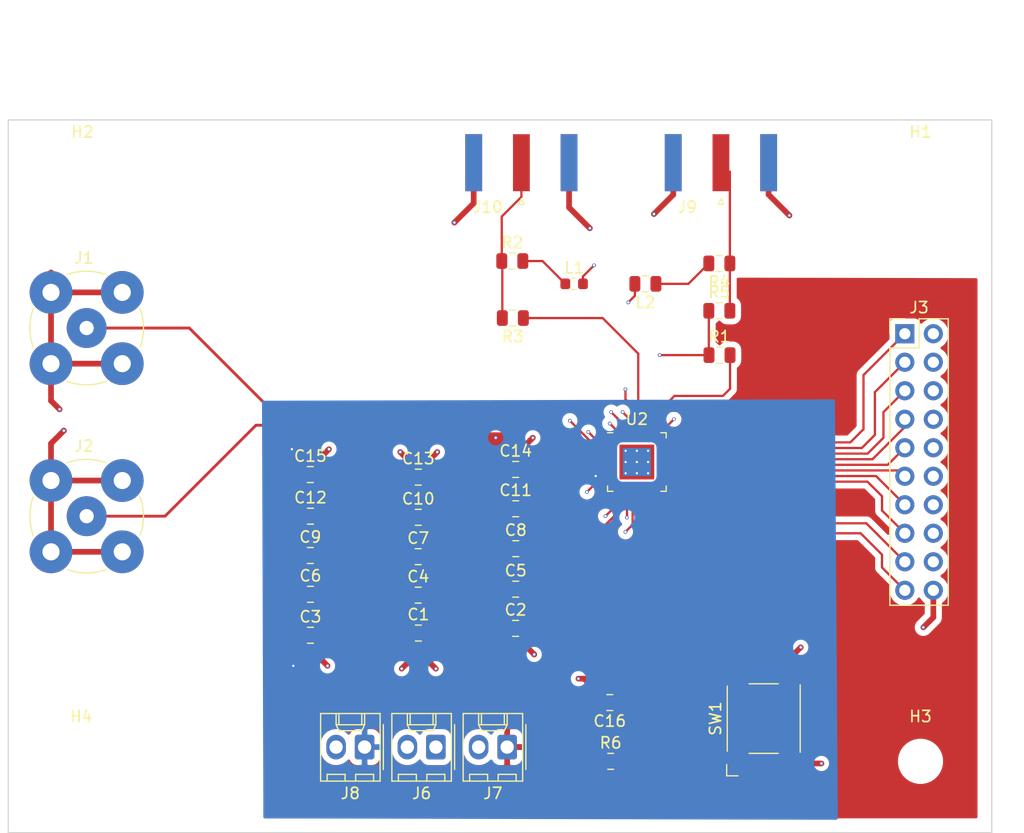
<source format=kicad_pcb>
(kicad_pcb (version 20171130) (host pcbnew "(5.1.6)-1")
  (layers (0 F.Cu signal) (1 GND power) (2 VDD power) (31 B.Cu signal) (34 B.Paste user) (35 F.Paste user hide) (36 B.SilkS user) (37 F.SilkS user) (38 B.Mask user) (39 F.Mask user) (44 Edge.Cuts user))
  (net 0 "")
  (net 1 VDD)
  (net 2 GND)
  (net 3 VDDPST)
  (net 4 VREF)
  (net 5 CLK)
  (net 6 CLK_S)
  (net 7 D9)
  (net 8 D8)
  (net 9 D7)
  (net 10 D6)
  (net 11 D5)
  (net 12 D4)
  (net 13 D3)
  (net 14 D2)
  (net 15 D1)
  (net 16 D0)
  (net 17 RST)
  (net 18 VIN-)
  (net 19 VIN+)
  (net 20 "Net-(L1-Pad1)")
  (net 21 "Net-(L2-Pad1)")
  (net 22 "Net-(R1-Pad2)")
  (net 23 CLK_FILT)
  (net 24 CLK_S_FILT)
  (module Connector_PinHeader_2.54mm:PinHeader_2x10_P2.54mm_Vertical (layer F.Cu) (at 168.783 72.39)
    (fp_text reference J3 (at 1.27 -2.33) (layer F.SilkS))
    (fp_text value Conn_02x10_Top_Bottom)
    (pad 1 thru_hole rect (at 0 0) (size 1.7 1.7) (drill 1) (layers *.Cu *.Mask) (net 16 D0))
    (pad 2 thru_hole oval (at 2.54 0) (size 1.7 1.7) (drill 1) (layers *.Cu *.Mask) (net 2 GND))
    (pad 3 thru_hole oval (at 0 2.54) (size 1.7 1.7) (drill 1) (layers *.Cu *.Mask) (net 15 D1))
    (pad 4 thru_hole oval (at 2.54 2.54) (size 1.7 1.7) (drill 1) (layers *.Cu *.Mask) (net 2 GND))
    (pad 5 thru_hole oval (at 0 5.08) (size 1.7 1.7) (drill 1) (layers *.Cu *.Mask) (net 14 D2))
    (pad 6 thru_hole oval (at 2.54 5.08) (size 1.7 1.7) (drill 1) (layers *.Cu *.Mask) (net 2 GND))
    (pad 7 thru_hole oval (at 0 7.62) (size 1.7 1.7) (drill 1) (layers *.Cu *.Mask) (net 13 D3))
    (pad 8 thru_hole oval (at 2.54 7.62) (size 1.7 1.7) (drill 1) (layers *.Cu *.Mask) (net 2 GND))
    (pad 9 thru_hole oval (at 0 10.16) (size 1.7 1.7) (drill 1) (layers *.Cu *.Mask) (net 12 D4))
    (pad 10 thru_hole oval (at 2.54 10.16) (size 1.7 1.7) (drill 1) (layers *.Cu *.Mask) (net 2 GND))
    (pad 11 thru_hole oval (at 0 12.7) (size 1.7 1.7) (drill 1) (layers *.Cu *.Mask) (net 11 D5))
    (pad 12 thru_hole oval (at 2.54 12.7) (size 1.7 1.7) (drill 1) (layers *.Cu *.Mask) (net 2 GND))
    (pad 13 thru_hole oval (at 0 15.24) (size 1.7 1.7) (drill 1) (layers *.Cu *.Mask) (net 10 D6))
    (pad 14 thru_hole oval (at 2.54 15.24) (size 1.7 1.7) (drill 1) (layers *.Cu *.Mask) (net 2 GND))
    (pad 15 thru_hole oval (at 0 17.78) (size 1.7 1.7) (drill 1) (layers *.Cu *.Mask) (net 9 D7))
    (pad 16 thru_hole oval (at 2.54 17.78) (size 1.7 1.7) (drill 1) (layers *.Cu *.Mask) (net 2 GND))
    (pad 17 thru_hole oval (at 0 20.32) (size 1.7 1.7) (drill 1) (layers *.Cu *.Mask) (net 8 D8))
    (pad 18 thru_hole oval (at 2.54 20.32) (size 1.7 1.7) (drill 1) (layers *.Cu *.Mask) (net 2 GND))
    (pad 19 thru_hole oval (at 0 22.86) (size 1.7 1.7) (drill 1) (layers *.Cu *.Mask) (net 7 D9))
    (pad 20 thru_hole oval (at 2.54 22.86) (size 1.7 1.7) (drill 1) (layers *.Cu *.Mask) (net 2 GND))
  )
  (module Button_Switch_SMD:SW_SPST_Omron_B3FS-100xP (layer F.Cu) (at 156.21 106.68 90)
    (fp_text reference SW1 (at 0 -4.3 90) (layer F.SilkS))
    (fp_text value SW_Push)
    (pad 3 smd rect (at -4 2.25 270) (size 1.6 1.4) (layers F.Cu F.Paste F.Mask) (net 2 GND))
    (pad 4 smd rect (at 4 2.25 270) (size 1.6 1.4) (layers F.Cu F.Paste F.Mask) (net 2 GND))
    (pad 1 smd rect (at -4 -2.25 270) (size 1.6 1.4) (layers F.Cu F.Paste F.Mask) (net 17 RST))
    (pad 2 smd rect (at 4 -2.25 270) (size 1.6 1.4) (layers F.Cu F.Paste F.Mask) (net 17 RST))
  )
  (module Resistor_SMD:R_0805_2012Metric (layer F.Cu) (at 142.5725 110.49)
    (fp_text reference R6 (at 0 -1.65) (layer F.SilkS))
    (fp_text value 1k)
    (pad 2 smd roundrect (at 0.9375 0) (size 0.975 1.4) (layers F.Cu F.Paste F.Mask) (net 17 RST))
    (pad 1 smd roundrect (at -0.9375 0) (size 0.975 1.4) (layers F.Cu F.Paste F.Mask) (net 3 VDDPST))
  )
  (module Capacitor_SMD:C_0805_2012Metric (layer F.Cu) (at 142.494 105.25252 180)
    (fp_text reference C16 (at 0 -1.65) (layer F.SilkS))
    (fp_text value 1u)
    (pad 2 smd roundrect (at 0.9375 0 180) (size 0.975 1.4) (layers F.Cu F.Paste F.Mask) (net 2 GND))
    (pad 1 smd roundrect (at -0.9375 0 180) (size 0.975 1.4) (layers F.Cu F.Paste F.Mask) (net 17 RST))
  )
  (module Connector_Coaxial:BNC_TEConnectivity_1478204_Vertical (layer F.Cu) (at 95.885 88.646)
    (fp_text reference J2 (at -0.25 -6.25) (layer F.SilkS))
    (fp_text value Conn_Coaxial_Power)
    (pad 2 thru_hole circle (at -3.175 -3.175) (size 3.81 3.81) (drill 1.524) (layers *.Cu *.Mask) (net 2 GND))
    (pad 1 thru_hole circle (at 0 0) (size 3.556 3.556) (drill 1.27) (layers *.Cu *.Mask) (net 19 VIN+))
    (pad 2 thru_hole circle (at 3.175 -3.175) (size 3.81 3.81) (drill 1.524) (layers *.Cu *.Mask) (net 2 GND))
    (pad 2 thru_hole circle (at -3.175 3.175) (size 3.81 3.81) (drill 1.524) (layers *.Cu *.Mask) (net 2 GND))
    (pad 2 thru_hole circle (at 3.175 3.175) (size 3.81 3.81) (drill 1.524) (layers *.Cu *.Mask) (net 2 GND))
  )
  (module Connector_Coaxial:SMA_Amphenol_132289_EdgeMount (layer F.Cu) (at 134.62 57.15 90)
    (fp_text reference J10 (at -3.96 -3) (layer F.SilkS))
    (fp_text value Conn_Coaxial)
    (pad 1 smd rect (at 0 0 180) (size 1.5 5.08) (layers F.Cu F.Paste F.Mask) (net 6 CLK_S))
    (pad 2 smd rect (at 0 -4.25 180) (size 1.5 5.08) (layers F.Cu F.Paste F.Mask) (net 2 GND))
    (pad 2 smd rect (at 0 4.25 180) (size 1.5 5.08) (layers F.Cu F.Paste F.Mask) (net 2 GND))
    (pad 2 smd rect (at 0 -4.25 180) (size 1.5 5.08) (layers B.Cu B.Paste B.Mask) (net 2 GND))
    (pad 2 smd rect (at 0 4.25 180) (size 1.5 5.08) (layers B.Cu B.Paste B.Mask) (net 2 GND))
  )
  (module Connector_Coaxial:SMA_Amphenol_132289_EdgeMount (layer F.Cu) (at 152.4 57.15 90)
    (fp_text reference J9 (at -3.96 -3) (layer F.SilkS))
    (fp_text value Conn_Coaxial)
    (pad 1 smd rect (at 0 0 180) (size 1.5 5.08) (layers F.Cu F.Paste F.Mask) (net 5 CLK))
    (pad 2 smd rect (at 0 -4.25 180) (size 1.5 5.08) (layers F.Cu F.Paste F.Mask) (net 2 GND))
    (pad 2 smd rect (at 0 4.25 180) (size 1.5 5.08) (layers F.Cu F.Paste F.Mask) (net 2 GND))
    (pad 2 smd rect (at 0 -4.25 180) (size 1.5 5.08) (layers B.Cu B.Paste B.Mask) (net 2 GND))
    (pad 2 smd rect (at 0 4.25 180) (size 1.5 5.08) (layers B.Cu B.Paste B.Mask) (net 2 GND))
  )
  (module Capacitor_SMD:C_0805_2012Metric_Pad1.15x1.40mm_HandSolder (layer F.Cu) (at 125.4416 99.06)
    (fp_text reference C1 (at 0 -1.65) (layer F.SilkS))
    (fp_text value 10u)
    (pad 1 smd roundrect (at -1.025 0) (size 1.15 1.4) (layers F.Cu F.Paste F.Mask) (roundrect_rratio 0.217391) (net 1 VDD))
    (pad 2 smd roundrect (at 1.025 0) (size 1.15 1.4) (layers F.Cu F.Paste F.Mask) (roundrect_rratio 0.217391) (net 2 GND))
  )
  (module Capacitor_SMD:C_0805_2012Metric_Pad1.15x1.40mm_HandSolder (layer F.Cu) (at 134.1048 98.6436)
    (fp_text reference C2 (at 0 -1.65) (layer F.SilkS))
    (fp_text value 10u)
    (pad 2 smd roundrect (at 1.025 0) (size 1.15 1.4) (layers F.Cu F.Paste F.Mask) (roundrect_rratio 0.217391) (net 2 GND))
    (pad 1 smd roundrect (at -1.025 0) (size 1.15 1.4) (layers F.Cu F.Paste F.Mask) (roundrect_rratio 0.217391) (net 3 VDDPST))
  )
  (module Capacitor_SMD:C_0805_2012Metric_Pad1.15x1.40mm_HandSolder (layer F.Cu) (at 115.825 99.2564)
    (fp_text reference C3 (at 0 -1.65) (layer F.SilkS))
    (fp_text value 10u)
    (pad 1 smd roundrect (at -1.025 0) (size 1.15 1.4) (layers F.Cu F.Paste F.Mask) (roundrect_rratio 0.217391) (net 4 VREF))
    (pad 2 smd roundrect (at 1.025 0) (size 1.15 1.4) (layers F.Cu F.Paste F.Mask) (roundrect_rratio 0.217391) (net 2 GND))
  )
  (module Capacitor_SMD:C_0805_2012Metric_Pad1.15x1.40mm_HandSolder (layer F.Cu) (at 125.4252 95.6818)
    (fp_text reference C4 (at 0 -1.65) (layer F.SilkS))
    (fp_text value 1u)
    (pad 2 smd roundrect (at 1.025 0) (size 1.15 1.4) (layers F.Cu F.Paste F.Mask) (roundrect_rratio 0.217391) (net 2 GND))
    (pad 1 smd roundrect (at -1.025 0) (size 1.15 1.4) (layers F.Cu F.Paste F.Mask) (roundrect_rratio 0.217391) (net 1 VDD))
  )
  (module Capacitor_SMD:C_0805_2012Metric_Pad1.15x1.40mm_HandSolder (layer F.Cu) (at 134.112 95.1484)
    (fp_text reference C5 (at 0 -1.65) (layer F.SilkS))
    (fp_text value 1u)
    (pad 1 smd roundrect (at -1.025 0) (size 1.15 1.4) (layers F.Cu F.Paste F.Mask) (roundrect_rratio 0.217391) (net 3 VDDPST))
    (pad 2 smd roundrect (at 1.025 0) (size 1.15 1.4) (layers F.Cu F.Paste F.Mask) (roundrect_rratio 0.217391) (net 2 GND))
  )
  (module Capacitor_SMD:C_0805_2012Metric_Pad1.15x1.40mm_HandSolder (layer F.Cu) (at 115.824 95.6056)
    (fp_text reference C6 (at 0 -1.65) (layer F.SilkS))
    (fp_text value 1u)
    (pad 2 smd roundrect (at 1.025 0) (size 1.15 1.4) (layers F.Cu F.Paste F.Mask) (roundrect_rratio 0.217391) (net 2 GND))
    (pad 1 smd roundrect (at -1.025 0) (size 1.15 1.4) (layers F.Cu F.Paste F.Mask) (roundrect_rratio 0.217391) (net 4 VREF))
  )
  (module Capacitor_SMD:C_0805_2012Metric_Pad1.15x1.40mm_HandSolder (layer F.Cu) (at 125.4252 92.2528)
    (fp_text reference C7 (at 0 -1.65) (layer F.SilkS))
    (fp_text value 0.1u)
    (pad 1 smd roundrect (at -1.025 0) (size 1.15 1.4) (layers F.Cu F.Paste F.Mask) (roundrect_rratio 0.217391) (net 1 VDD))
    (pad 2 smd roundrect (at 1.025 0) (size 1.15 1.4) (layers F.Cu F.Paste F.Mask) (roundrect_rratio 0.217391) (net 2 GND))
  )
  (module Capacitor_SMD:C_0805_2012Metric_Pad1.15x1.40mm_HandSolder (layer F.Cu) (at 134.121 91.5416)
    (fp_text reference C8 (at 0 -1.65) (layer F.SilkS))
    (fp_text value 0.1u)
    (pad 2 smd roundrect (at 1.025 0) (size 1.15 1.4) (layers F.Cu F.Paste F.Mask) (roundrect_rratio 0.217391) (net 2 GND))
    (pad 1 smd roundrect (at -1.025 0) (size 1.15 1.4) (layers F.Cu F.Paste F.Mask) (roundrect_rratio 0.217391) (net 3 VDDPST))
  )
  (module Capacitor_SMD:C_0805_2012Metric_Pad1.15x1.40mm_HandSolder (layer F.Cu) (at 115.815 92.1512)
    (fp_text reference C9 (at 0 -1.65) (layer F.SilkS))
    (fp_text value 0.1u)
    (pad 1 smd roundrect (at -1.025 0) (size 1.15 1.4) (layers F.Cu F.Paste F.Mask) (roundrect_rratio 0.217391) (net 4 VREF))
    (pad 2 smd roundrect (at 1.025 0) (size 1.15 1.4) (layers F.Cu F.Paste F.Mask) (roundrect_rratio 0.217391) (net 2 GND))
  )
  (module Capacitor_SMD:C_0805_2012Metric_Pad1.15x1.40mm_HandSolder (layer F.Cu) (at 125.4342 88.7476)
    (fp_text reference C10 (at 0 -1.65) (layer F.SilkS))
    (fp_text value 0.01)
    (pad 2 smd roundrect (at 1.025 0) (size 1.15 1.4) (layers F.Cu F.Paste F.Mask) (roundrect_rratio 0.217391) (net 2 GND))
    (pad 1 smd roundrect (at -1.025 0) (size 1.15 1.4) (layers F.Cu F.Paste F.Mask) (roundrect_rratio 0.217391) (net 1 VDD))
  )
  (module Capacitor_SMD:C_0805_2012Metric_Pad1.15x1.40mm_HandSolder (layer F.Cu) (at 134.112 87.9856)
    (fp_text reference C11 (at 0 -1.65) (layer F.SilkS))
    (fp_text value 0.01)
    (pad 1 smd roundrect (at -1.025 0) (size 1.15 1.4) (layers F.Cu F.Paste F.Mask) (roundrect_rratio 0.217391) (net 3 VDDPST))
    (pad 2 smd roundrect (at 1.025 0) (size 1.15 1.4) (layers F.Cu F.Paste F.Mask) (roundrect_rratio 0.217391) (net 2 GND))
  )
  (module Capacitor_SMD:C_0805_2012Metric_Pad1.15x1.40mm_HandSolder (layer F.Cu) (at 115.824 88.646)
    (fp_text reference C12 (at 0 -1.65) (layer F.SilkS))
    (fp_text value 0.01)
    (pad 2 smd roundrect (at 1.025 0) (size 1.15 1.4) (layers F.Cu F.Paste F.Mask) (roundrect_rratio 0.217391) (net 2 GND))
    (pad 1 smd roundrect (at -1.025 0) (size 1.15 1.4) (layers F.Cu F.Paste F.Mask) (roundrect_rratio 0.217391) (net 4 VREF))
  )
  (module Capacitor_SMD:C_0805_2012Metric_Pad1.15x1.40mm_HandSolder (layer F.Cu) (at 125.4342 85.1662)
    (fp_text reference C13 (at 0 -1.65) (layer F.SilkS))
    (fp_text value 0.001u)
    (pad 1 smd roundrect (at -1.025 0) (size 1.15 1.4) (layers F.Cu F.Paste F.Mask) (roundrect_rratio 0.217391) (net 1 VDD))
    (pad 2 smd roundrect (at 1.025 0) (size 1.15 1.4) (layers F.Cu F.Paste F.Mask) (roundrect_rratio 0.217391) (net 2 GND))
  )
  (module Capacitor_SMD:C_0805_2012Metric_Pad1.15x1.40mm_HandSolder (layer F.Cu) (at 134.112 84.4804)
    (fp_text reference C14 (at 0 -1.65) (layer F.SilkS))
    (fp_text value 0.001u)
    (pad 2 smd roundrect (at 1.025 0) (size 1.15 1.4) (layers F.Cu F.Paste F.Mask) (roundrect_rratio 0.217391) (net 2 GND))
    (pad 1 smd roundrect (at -1.025 0) (size 1.15 1.4) (layers F.Cu F.Paste F.Mask) (roundrect_rratio 0.217391) (net 3 VDDPST))
  )
  (module Capacitor_SMD:C_0805_2012Metric_Pad1.15x1.40mm_HandSolder (layer F.Cu) (at 115.815 84.9376)
    (fp_text reference C15 (at 0 -1.65) (layer F.SilkS))
    (fp_text value 0.001u)
    (pad 1 smd roundrect (at -1.025 0) (size 1.15 1.4) (layers F.Cu F.Paste F.Mask) (roundrect_rratio 0.217391) (net 4 VREF))
    (pad 2 smd roundrect (at 1.025 0) (size 1.15 1.4) (layers F.Cu F.Paste F.Mask) (roundrect_rratio 0.217391) (net 2 GND))
  )
  (module MountingHole:MountingHole_3mm (layer F.Cu) (at 170.18 58.42)
    (fp_text reference H1 (at 0 -4) (layer F.SilkS))
    (fp_text value MountingHole)
    (pad 1 np_thru_hole circle (at 0 0) (size 3 3) (drill 3) (layers *.Cu *.Mask))
  )
  (module MountingHole:MountingHole_3mm (layer F.Cu) (at 95.504 58.42)
    (fp_text reference H2 (at 0 -4) (layer F.SilkS))
    (fp_text value MountingHole)
    (pad 1 np_thru_hole circle (at 0 0) (size 3 3) (drill 3) (layers *.Cu *.Mask))
  )
  (module MountingHole:MountingHole_3mm (layer F.Cu) (at 170.18 110.49)
    (fp_text reference H3 (at 0 -4) (layer F.SilkS))
    (fp_text value MountingHole)
    (pad 1 np_thru_hole circle (at 0 0) (size 3 3) (drill 3) (layers *.Cu *.Mask))
  )
  (module MountingHole:MountingHole_3mm (layer F.Cu) (at 95.4024 110.49)
    (fp_text reference H4 (at 0 -4) (layer F.SilkS))
    (fp_text value MountingHole)
    (pad 1 np_thru_hole circle (at 0 0) (size 3 3) (drill 3) (layers *.Cu *.Mask))
  )
  (module Connector_Coaxial:BNC_TEConnectivity_1478204_Vertical (layer F.Cu) (at 95.885 71.882)
    (fp_text reference J1 (at -0.25 -6.25) (layer F.SilkS))
    (fp_text value Conn_Coaxial_Power)
    (pad 2 thru_hole circle (at 3.175 3.175) (size 3.81 3.81) (drill 1.524) (layers *.Cu *.Mask) (net 2 GND))
    (pad 2 thru_hole circle (at -3.175 3.175) (size 3.81 3.81) (drill 1.524) (layers *.Cu *.Mask) (net 2 GND))
    (pad 2 thru_hole circle (at 3.175 -3.175) (size 3.81 3.81) (drill 1.524) (layers *.Cu *.Mask) (net 2 GND))
    (pad 1 thru_hole circle (at 0 0) (size 3.556 3.556) (drill 1.27) (layers *.Cu *.Mask) (net 18 VIN-))
    (pad 2 thru_hole circle (at -3.175 -3.175) (size 3.81 3.81) (drill 1.524) (layers *.Cu *.Mask) (net 2 GND))
  )
  (module Connector_Molex:Molex_KK-254_AE-6410-02A_1x02_P2.54mm_Vertical (layer F.Cu) (at 127 109.22 180)
    (fp_text reference J6 (at 1.27 -4.12) (layer F.SilkS))
    (fp_text value Conn_01x02_Male)
    (pad 1 thru_hole roundrect (at 0 0 180) (size 1.74 2.19) (drill 1.19) (layers *.Cu *.Mask) (roundrect_rratio 0.143678) (net 1 VDD))
    (pad 2 thru_hole oval (at 2.54 0 180) (size 1.74 2.19) (drill 1.19) (layers *.Cu *.Mask) (net 2 GND))
  )
  (module Connector_Molex:Molex_KK-254_AE-6410-02A_1x02_P2.54mm_Vertical (layer F.Cu) (at 133.35 109.22 180)
    (fp_text reference J7 (at 1.27 -4.12) (layer F.SilkS))
    (fp_text value Conn_01x02_Male)
    (pad 2 thru_hole oval (at 2.54 0 180) (size 1.74 2.19) (drill 1.19) (layers *.Cu *.Mask) (net 2 GND))
    (pad 1 thru_hole roundrect (at 0 0 180) (size 1.74 2.19) (drill 1.19) (layers *.Cu *.Mask) (roundrect_rratio 0.143678) (net 3 VDDPST))
  )
  (module Connector_Molex:Molex_KK-254_AE-6410-02A_1x02_P2.54mm_Vertical (layer F.Cu) (at 120.65 109.22 180)
    (fp_text reference J8 (at 1.27 -4.12) (layer F.SilkS))
    (fp_text value Conn_01x02_Male)
    (pad 1 thru_hole roundrect (at 0 0 180) (size 1.74 2.19) (drill 1.19) (layers *.Cu *.Mask) (roundrect_rratio 0.143678) (net 4 VREF))
    (pad 2 thru_hole oval (at 2.54 0 180) (size 1.74 2.19) (drill 1.19) (layers *.Cu *.Mask) (net 2 GND))
  )
  (module Inductor_SMD:L_0603_1608Metric (layer F.Cu) (at 139.319 67.945)
    (fp_text reference L1 (at 0 -1.43) (layer F.SilkS))
    (fp_text value "1 nH")
    (pad 1 smd roundrect (at -0.7875 0) (size 0.875 0.95) (layers F.Cu F.Paste F.Mask) (net 20 "Net-(L1-Pad1)"))
    (pad 2 smd roundrect (at 0.7875 0) (size 0.875 0.95) (layers F.Cu F.Paste F.Mask) (net 2 GND))
  )
  (module Inductor_SMD:L_0805_2012Metric (layer F.Cu) (at 145.669 67.945 180)
    (fp_text reference L2 (at 0 -1.65) (layer F.SilkS))
    (fp_text value "2.2 nH")
    (pad 1 smd roundrect (at -0.9375 0 180) (size 0.975 1.4) (layers F.Cu F.Paste F.Mask) (net 21 "Net-(L2-Pad1)"))
    (pad 2 smd roundrect (at 0.9375 0 180) (size 0.975 1.4) (layers F.Cu F.Paste F.Mask) (net 2 GND))
  )
  (module Resistor_SMD:R_0805_2012Metric (layer F.Cu) (at 152.273 74.295)
    (fp_text reference R1 (at 0 -1.65) (layer F.SilkS))
    (fp_text value "0,<20 mOhm")
    (pad 2 smd roundrect (at 0.9375 0) (size 0.975 1.4) (layers F.Cu F.Paste F.Mask) (net 22 "Net-(R1-Pad2)"))
    (pad 1 smd roundrect (at -0.9375 0) (size 0.975 1.4) (layers F.Cu F.Paste F.Mask) (net 23 CLK_FILT))
  )
  (module Resistor_SMD:R_0805_2012Metric (layer F.Cu) (at 133.8095 65.913)
    (fp_text reference R2 (at 0 -1.65) (layer F.SilkS))
    (fp_text value 50)
    (pad 1 smd roundrect (at -0.9375 0) (size 0.975 1.4) (layers F.Cu F.Paste F.Mask) (net 6 CLK_S))
    (pad 2 smd roundrect (at 0.9375 0) (size 0.975 1.4) (layers F.Cu F.Paste F.Mask) (net 20 "Net-(L1-Pad1)"))
  )
  (module Resistor_SMD:R_0805_2012Metric (layer F.Cu) (at 133.858 70.993 180)
    (fp_text reference R3 (at 0 -1.65) (layer F.SilkS))
    (fp_text value 26.1)
    (pad 1 smd roundrect (at -0.9375 0 180) (size 0.975 1.4) (layers F.Cu F.Paste F.Mask) (net 24 CLK_S_FILT))
    (pad 2 smd roundrect (at 0.9375 0 180) (size 0.975 1.4) (layers F.Cu F.Paste F.Mask) (net 6 CLK_S))
  )
  (module Resistor_SMD:R_0805_2012Metric (layer F.Cu) (at 152.257001 66.126001 180)
    (fp_text reference R4 (at 0 -1.65) (layer F.SilkS))
    (fp_text value 50)
    (pad 2 smd roundrect (at 0.9375 0 180) (size 0.975 1.4) (layers F.Cu F.Paste F.Mask) (net 21 "Net-(L2-Pad1)"))
    (pad 1 smd roundrect (at -0.9375 0 180) (size 0.975 1.4) (layers F.Cu F.Paste F.Mask) (net 5 CLK))
  )
  (module Resistor_SMD:R_0805_2012Metric (layer F.Cu) (at 152.257001 70.346001)
    (fp_text reference R5 (at 0 -1.65) (layer F.SilkS))
    (fp_text value 10)
    (pad 1 smd roundrect (at -0.9375 0) (size 0.975 1.4) (layers F.Cu F.Paste F.Mask) (net 23 CLK_FILT))
    (pad 2 smd roundrect (at 0.9375 0) (size 0.975 1.4) (layers F.Cu F.Paste F.Mask) (net 5 CLK))
  )
  (module Package_DFN_QFN:QFN-32-1EP_5x5mm_P0.5mm_EP3.1x3.1mm_ThermalVias (layer F.Cu) (at 144.907 83.82)
    (fp_text reference U2 (at 0 -3.82) (layer F.SilkS))
    (fp_text value 10B_SAR)
    (pad 1 smd roundrect (at -2.4375 -1.75) (size 0.875 0.25) (layers F.Cu F.Paste F.Mask) (net 2 GND))
    (pad 2 smd roundrect (at -2.4375 -1.25) (size 0.875 0.25) (layers F.Cu F.Paste F.Mask) (net 1 VDD))
    (pad 3 smd roundrect (at -2.4375 -0.75) (size 0.875 0.25) (layers F.Cu F.Paste F.Mask) (net 18 VIN-))
    (pad 4 smd roundrect (at -2.4375 -0.25) (size 0.875 0.25) (layers F.Cu F.Paste F.Mask) (net 19 VIN+))
    (pad 5 smd roundrect (at -2.4375 0.25) (size 0.875 0.25) (layers F.Cu F.Paste F.Mask) (net 4 VREF))
    (pad 6 smd roundrect (at -2.4375 0.75) (size 0.875 0.25) (layers F.Cu F.Paste F.Mask) (net 4 VREF))
    (pad 7 smd roundrect (at -2.4375 1.25) (size 0.875 0.25) (layers F.Cu F.Paste F.Mask) (net 4 VREF))
    (pad 8 smd roundrect (at -2.4375 1.75) (size 0.875 0.25) (layers F.Cu F.Paste F.Mask) (net 1 VDD))
    (pad 9 smd roundrect (at -1.75 2.4375) (size 0.25 0.875) (layers F.Cu F.Paste F.Mask) (net 2 GND))
    (pad 10 smd roundrect (at -1.25 2.4375) (size 0.25 0.875) (layers F.Cu F.Paste F.Mask) (net 3 VDDPST))
    (pad 11 smd roundrect (at -0.75 2.4375) (size 0.25 0.875) (layers F.Cu F.Paste F.Mask) (net 1 VDD))
    (pad 12 smd roundrect (at -0.25 2.4375) (size 0.25 0.875) (layers F.Cu F.Paste F.Mask) (net 1 VDD))
    (pad 13 smd roundrect (at 0.25 2.4375) (size 0.25 0.875) (layers F.Cu F.Paste F.Mask) (net 17 RST))
    (pad 14 smd roundrect (at 0.75 2.4375) (size 0.25 0.875) (layers F.Cu F.Paste F.Mask) (net 7 D9))
    (pad 15 smd roundrect (at 1.25 2.4375) (size 0.25 0.875) (layers F.Cu F.Paste F.Mask) (net 8 D8))
    (pad 16 smd roundrect (at 1.75 2.4375) (size 0.25 0.875) (layers F.Cu F.Paste F.Mask) (net 3 VDDPST))
    (pad 17 smd roundrect (at 2.4375 1.75) (size 0.875 0.25) (layers F.Cu F.Paste F.Mask) (net 9 D7))
    (pad 18 smd roundrect (at 2.4375 1.25) (size 0.875 0.25) (layers F.Cu F.Paste F.Mask) (net 10 D6))
    (pad 19 smd roundrect (at 2.4375 0.75) (size 0.875 0.25) (layers F.Cu F.Paste F.Mask) (net 11 D5))
    (pad 20 smd roundrect (at 2.4375 0.25) (size 0.875 0.25) (layers F.Cu F.Paste F.Mask) (net 12 D4))
    (pad 21 smd roundrect (at 2.4375 -0.25) (size 0.875 0.25) (layers F.Cu F.Paste F.Mask) (net 13 D3))
    (pad 22 smd roundrect (at 2.4375 -0.75) (size 0.875 0.25) (layers F.Cu F.Paste F.Mask) (net 14 D2))
    (pad 23 smd roundrect (at 2.4375 -1.25) (size 0.875 0.25) (layers F.Cu F.Paste F.Mask) (net 15 D1))
    (pad 24 smd roundrect (at 2.4375 -1.75) (size 0.875 0.25) (layers F.Cu F.Paste F.Mask) (net 16 D0))
    (pad 25 smd roundrect (at 1.75 -2.4375) (size 0.25 0.875) (layers F.Cu F.Paste F.Mask) (net 1 VDD))
    (pad 26 smd roundrect (at 1.25 -2.4375) (size 0.25 0.875) (layers F.Cu F.Paste F.Mask) (net 3 VDDPST))
    (pad 27 smd roundrect (at 0.75 -2.4375) (size 0.25 0.875) (layers F.Cu F.Paste F.Mask) (net 22 "Net-(R1-Pad2)"))
    (pad 28 smd roundrect (at 0.25 -2.4375) (size 0.25 0.875) (layers F.Cu F.Paste F.Mask) (net 24 CLK_S_FILT))
    (pad 29 smd roundrect (at -0.25 -2.4375) (size 0.25 0.875) (layers F.Cu F.Paste F.Mask) (net 23 CLK_FILT))
    (pad 30 smd roundrect (at -0.75 -2.4375) (size 0.25 0.875) (layers F.Cu F.Paste F.Mask) (net 2 GND))
    (pad 31 smd roundrect (at -1.25 -2.4375) (size 0.25 0.875) (layers F.Cu F.Paste F.Mask) (net 1 VDD))
    (pad 32 smd roundrect (at -1.75 -2.4375) (size 0.25 0.875) (layers F.Cu F.Paste F.Mask) (net 2 GND))
    (pad 33 smd rect (at 0 0) (size 3.1 3.1) (layers F.Cu F.Mask) (net 2 GND))
    (pad 33 thru_hole circle (at -1 -1) (size 0.5 0.5) (drill 0.2) (layers *.Cu) (net 2 GND))
    (pad 33 thru_hole circle (at 0 -1) (size 0.5 0.5) (drill 0.2) (layers *.Cu) (net 2 GND))
    (pad 33 thru_hole circle (at 1 -1) (size 0.5 0.5) (drill 0.2) (layers *.Cu) (net 2 GND))
    (pad 33 thru_hole circle (at -1 0) (size 0.5 0.5) (drill 0.2) (layers *.Cu) (net 2 GND))
    (pad 33 thru_hole circle (at 0 0) (size 0.5 0.5) (drill 0.2) (layers *.Cu) (net 2 GND))
    (pad 33 thru_hole circle (at 1 0) (size 0.5 0.5) (drill 0.2) (layers *.Cu) (net 2 GND))
    (pad 33 thru_hole circle (at -1 1) (size 0.5 0.5) (drill 0.2) (layers *.Cu) (net 2 GND))
    (pad 33 thru_hole circle (at 0 1) (size 0.5 0.5) (drill 0.2) (layers *.Cu) (net 2 GND))
    (pad 33 thru_hole circle (at 1 1) (size 0.5 0.5) (drill 0.2) (layers *.Cu) (net 2 GND))
    (pad 33 smd rect (at 0 0) (size 2.5 2.5) (layers B.Cu) (net 2 GND))
  )
  (gr_line (start 176.53 53.34) (end 176.53 116.84) (layer Edge.Cuts) (width 0.1))
  (gr_line (start 88.9 53.34) (end 176.53 53.34) (layer Edge.Cuts) (width 0.1))
  (gr_line (start 88.9 116.84) (end 88.9 53.34) (layer Edge.Cuts) (width 0.1))
  (gr_line (start 176.53 116.84) (end 88.9 116.84) (layer Edge.Cuts) (width 0.1))
  (segment (start 132.334 81.661) (end 132.334 81.661) (width 0.127) (layer F.Cu) (net 3))
  (segment (start 132.951 83.9216) (end 132.951 82.659) (width 0.508) (layer F.Cu) (net 3))
  (segment (start 132.951 82.659) (end 132.951 82.278) (width 0.508) (layer F.Cu) (net 3))
  (segment (start 132.951 100.439) (end 132.951 100.475) (width 0.508) (layer F.Cu) (net 3))
  (segment (start 132.951 100.475) (end 132.461 100.965) (width 0.508) (layer F.Cu) (net 3))
  (segment (start 132.951 82.278) (end 132.334 81.661) (width 0.508) (layer F.Cu) (net 3))
  (segment (start 132.951 83.9216) (end 132.951 100.439) (width 0.508) (layer F.Cu) (net 3))
  (via (at 132.334 81.661) (size 0.3302) (drill 0.2032) (layers F.Cu B.Cu) (net 3))
  (segment (start 126.502 99.5104) (end 126.502 101.737) (width 0.508) (layer F.Cu) (net 2))
  (segment (start 126.502 101.737) (end 127 102.235) (width 0.508) (layer F.Cu) (net 2))
  (segment (start 127 102.235) (end 127 102.235) (width 0.127) (layer F.Cu) (net 2))
  (segment (start 126.502 99.5104) (end 126.502 85.2016) (width 0.508) (layer F.Cu) (net 2))
  (segment (start 126.502 85.2016) (end 126.492 85.1916) (width 0.508) (layer F.Cu) (net 2))
  (segment (start 126.492 85.1916) (end 126.492 83.82) (width 0.508) (layer F.Cu) (net 2))
  (segment (start 126.492 83.82) (end 126.492 83.566) (width 0.508) (layer F.Cu) (net 2))
  (segment (start 126.492 83.566) (end 127.127 82.931) (width 0.508) (layer F.Cu) (net 2))
  (segment (start 127.127 82.931) (end 127.127 82.931) (width 0.127) (layer F.Cu) (net 2))
  (via (at 127.127 82.931) (size 0.3302) (drill 0.2032) (layers F.Cu B.Cu) (net 2))
  (via (at 127 102.235) (size 0.3302) (drill 0.2032) (layers F.Cu B.Cu) (net 2))
  (segment (start 124.442 85.1916) (end 124.442 101.709) (width 0.508) (layer F.Cu) (net 1))
  (segment (start 123.952 102.235) (end 123.952 102.235) (width 0.127) (layer F.Cu) (net 1))
  (segment (start 123.825 82.931) (end 123.825 82.931) (width 0.127) (layer F.Cu) (net 1))
  (segment (start 124.442 83.929) (end 124.442 83.548) (width 0.508) (layer F.Cu) (net 1))
  (segment (start 124.442 83.548) (end 123.825 82.931) (width 0.508) (layer F.Cu) (net 1))
  (segment (start 124.442 85.1916) (end 124.442 83.929) (width 0.508) (layer F.Cu) (net 1))
  (segment (start 124.442 101.745) (end 123.952 102.235) (width 0.508) (layer F.Cu) (net 1))
  (segment (start 124.442 101.709) (end 124.442 101.745) (width 0.508) (layer F.Cu) (net 1))
  (via (at 123.825 82.931) (size 0.3302) (drill 0.2032) (layers F.Cu B.Cu) (net 1))
  (via (at 123.952 102.235) (size 0.3302) (drill 0.2032) (layers F.Cu B.Cu) (net 1))
  (segment (start 146.53 81.3825) (end 146.8365 81.3825) (width 0.2032) (layer F.Cu) (net 1))
  (segment (start 146.8365 81.3825) (end 148.209 80.01) (width 0.2032) (layer F.Cu) (net 1))
  (segment (start 148.209 80.01) (end 148.209 80.01) (width 0.1524) (layer F.Cu) (net 1))
  (via (at 148.209 80.01) (size 0.3302) (drill 0.2032) (layers F.Cu B.Cu) (net 1))
  (segment (start 144.53 86.2575) (end 144.53 87.499) (width 0.2032) (layer F.Cu) (net 1))
  (segment (start 144.03 86.2575) (end 144.03 87.433303) (width 0.2032) (layer F.Cu) (net 1))
  (segment (start 144.53 87.499) (end 144.53 89.404) (width 0.2032) (layer F.Cu) (net 1))
  (segment (start 144.53 89.404) (end 143.891 90.043) (width 0.2032) (layer F.Cu) (net 1))
  (segment (start 144.03 87.433303) (end 144.03 88.761) (width 0.2032) (layer F.Cu) (net 1))
  (segment (start 143.891 90.043) (end 143.891 90.043) (width 0.127) (layer F.Cu) (net 1))
  (via (at 143.891 90.043) (size 0.3302) (drill 0.2032) (layers F.Cu B.Cu) (net 1))
  (segment (start 144.018 88.773) (end 144.018 88.773) (width 0.127) (layer F.Cu) (net 1))
  (via (at 144.018 88.773) (size 0.3302) (drill 0.2032) (layers F.Cu B.Cu) (net 1))
  (segment (start 143.129 79.883) (end 142.621 79.375) (width 0.2032) (layer F.Cu) (net 1))
  (segment (start 142.621 79.375) (end 142.621 79.375) (width 0.127) (layer F.Cu) (net 1))
  (via (at 142.621 79.375) (size 0.3302) (drill 0.2032) (layers F.Cu B.Cu) (net 1))
  (segment (start 142.3425 82.57) (end 141.371 82.57) (width 0.2032) (layer F.Cu) (net 1))
  (segment (start 141.371 82.57) (end 139.827 81.026) (width 0.2032) (layer F.Cu) (net 1))
  (via (at 138.938 80.137) (size 0.3302) (drill 0.2032) (layers F.Cu B.Cu) (net 1))
  (segment (start 139.827 81.026) (end 139.065 80.264) (width 0.2032) (layer F.Cu) (net 1))
  (segment (start 139.065 80.264) (end 138.938 80.137) (width 0.127) (layer F.Cu) (net 1))
  (segment (start 142.3425 85.57) (end 141.506 85.57) (width 0.2032) (layer F.Cu) (net 1))
  (segment (start 141.506 85.57) (end 141.379 85.57) (width 0.2032) (layer F.Cu) (net 1))
  (segment (start 141.379 85.57) (end 140.462 86.487) (width 0.2032) (layer F.Cu) (net 1))
  (segment (start 140.462 86.487) (end 140.462 86.487) (width 0.1016) (layer F.Cu) (net 1))
  (via (at 140.462 86.487) (size 0.3302) (drill 0.2032) (layers F.Cu B.Cu) (net 1))
  (segment (start 143.657 80.411) (end 143.129 79.883) (width 0.2032) (layer F.Cu) (net 1))
  (segment (start 143.657 81.3825) (end 143.657 80.411) (width 0.2032) (layer F.Cu) (net 1))
  (segment (start 135.1298 98.6436) (end 135.1298 99.4428) (width 0.508) (layer F.Cu) (net 2))
  (segment (start 135.1298 95.1556) (end 135.137 95.1484) (width 0.508) (layer F.Cu) (net 2))
  (segment (start 135.1298 98.6436) (end 135.1298 95.1556) (width 0.508) (layer F.Cu) (net 2))
  (segment (start 135.137 91.5506) (end 135.146 91.5416) (width 0.508) (layer F.Cu) (net 2))
  (segment (start 135.137 95.1484) (end 135.137 91.5506) (width 0.508) (layer F.Cu) (net 2))
  (segment (start 135.146 87.9946) (end 135.137 87.9856) (width 0.508) (layer F.Cu) (net 2))
  (segment (start 135.146 91.5416) (end 135.146 87.9946) (width 0.508) (layer F.Cu) (net 2))
  (segment (start 135.137 87.9856) (end 135.137 84.4804) (width 0.508) (layer F.Cu) (net 2))
  (segment (start 143.03 86.2575) (end 143.03 87.729) (width 0.2032) (layer F.Cu) (net 2))
  (segment (start 143.03 87.729) (end 142.113 88.646) (width 0.2032) (layer F.Cu) (net 2))
  (segment (start 142.113 88.646) (end 142.113 88.646) (width 0.127) (layer F.Cu) (net 2))
  (via (at 142.113 88.646) (size 0.3302) (drill 0.2032) (layers F.Cu B.Cu) (net 2))
  (segment (start 143.03 80.927) (end 142.494 80.391) (width 0.2032) (layer F.Cu) (net 2))
  (segment (start 142.494 80.391) (end 142.494 80.391) (width 0.127) (layer F.Cu) (net 2))
  (via (at 142.494 80.391) (size 0.3302) (drill 0.2032) (layers F.Cu B.Cu) (net 2))
  (segment (start 142.3425 82.07) (end 141.506 82.07) (width 0.2032) (layer F.Cu) (net 2))
  (segment (start 141.506 82.07) (end 140.589 81.153) (width 0.2032) (layer F.Cu) (net 2))
  (segment (start 140.589 81.153) (end 140.589 81.153) (width 0.127) (layer F.Cu) (net 2))
  (via (at 140.589 81.153) (size 0.3302) (drill 0.2032) (layers F.Cu B.Cu) (net 2))
  (segment (start 116.85 84.9476) (end 116.84 84.9376) (width 0.508) (layer F.Cu) (net 2))
  (segment (start 116.85 99.2564) (end 116.85 84.9476) (width 0.508) (layer F.Cu) (net 2))
  (segment (start 116.84 84.9376) (end 116.84 83.566) (width 0.508) (layer F.Cu) (net 2))
  (segment (start 116.84 83.566) (end 116.84 83.312) (width 0.508) (layer F.Cu) (net 2))
  (segment (start 116.84 83.312) (end 117.475 82.677) (width 0.508) (layer F.Cu) (net 2))
  (segment (start 117.475 82.677) (end 117.475 82.677) (width 0.127) (layer F.Cu) (net 2))
  (via (at 117.475 82.677) (size 0.3302) (drill 0.2032) (layers F.Cu B.Cu) (net 2))
  (segment (start 116.85 99.2564) (end 116.85 101.483) (width 0.508) (layer F.Cu) (net 2))
  (segment (start 116.85 101.483) (end 117.348 101.981) (width 0.508) (layer F.Cu) (net 2))
  (segment (start 117.348 101.981) (end 117.348 101.981) (width 0.127) (layer F.Cu) (net 2))
  (via (at 117.348 101.981) (size 0.3302) (drill 0.2032) (layers F.Cu B.Cu) (net 2))
  (segment (start 141.5565 105.25252) (end 141.5565 104.4725) (width 0.2032) (layer F.Cu) (net 2))
  (segment (start 141.5565 104.4725) (end 140.208 103.124) (width 0.508) (layer F.Cu) (net 2))
  (segment (start 140.208 103.124) (end 139.7 103.124) (width 0.508) (layer F.Cu) (net 2))
  (segment (start 139.7 103.124) (end 139.7 103.124) (width 0.2032) (layer F.Cu) (net 2))
  (via (at 139.7 103.124) (size 0.3302) (drill 0.2032) (layers F.Cu B.Cu) (net 2))
  (segment (start 99.06 75.057) (end 92.71 75.057) (width 0.508) (layer F.Cu) (net 2))
  (segment (start 92.71 68.707) (end 92.71 75.057) (width 0.508) (layer F.Cu) (net 2))
  (segment (start 99.06 68.707) (end 92.71 68.707) (width 0.508) (layer F.Cu) (net 2))
  (segment (start 99.06 91.821) (end 92.71 91.821) (width 0.508) (layer F.Cu) (net 2))
  (segment (start 92.71 91.821) (end 92.71 85.471) (width 0.508) (layer F.Cu) (net 2))
  (segment (start 92.71 85.471) (end 99.06 85.471) (width 0.508) (layer F.Cu) (net 2))
  (segment (start 92.71 68.707) (end 92.71 66.929) (width 0.508) (layer F.Cu) (net 2))
  (segment (start 92.71 85.471) (end 92.71 82.169) (width 0.508) (layer F.Cu) (net 2))
  (segment (start 92.71 82.169) (end 93.853 81.026) (width 0.508) (layer F.Cu) (net 2))
  (segment (start 93.853 81.026) (end 93.853 81.026) (width 0.508) (layer F.Cu) (net 2))
  (segment (start 92.71 75.057) (end 92.71 78.359) (width 0.508) (layer F.Cu) (net 2))
  (segment (start 92.71 78.359) (end 93.472 79.121) (width 0.508) (layer F.Cu) (net 2))
  (segment (start 143.637 79.375) (end 143.637 79.375) (width 0.127) (layer F.Cu) (net 2))
  (via (at 143.637 79.375) (size 0.3302) (drill 0.2032) (layers F.Cu B.Cu) (net 2))
  (segment (start 140.1065 67.945) (end 140.1065 67.2845) (width 0.2032) (layer F.Cu) (net 2))
  (segment (start 140.1065 67.2845) (end 141.097 66.294) (width 0.2032) (layer F.Cu) (net 2))
  (segment (start 141.097 66.294) (end 141.097 66.294) (width 0.1016) (layer F.Cu) (net 2))
  (via (at 141.097 66.294) (size 0.3302) (drill 0.2032) (layers F.Cu B.Cu) (net 2))
  (segment (start 144.7315 67.945) (end 144.7315 69.0095) (width 0.2032) (layer F.Cu) (net 2))
  (segment (start 144.7315 69.0095) (end 144.145 69.596) (width 0.2032) (layer F.Cu) (net 2))
  (segment (start 144.145 69.596) (end 144.145 69.596) (width 0.1016) (layer F.Cu) (net 2))
  (via (at 144.145 69.596) (size 0.3302) (drill 0.2032) (layers F.Cu B.Cu) (net 2))
  (segment (start 138.87 57.15) (end 138.87 61.146) (width 0.508) (layer F.Cu) (net 2))
  (segment (start 138.87 61.146) (end 140.716 62.992) (width 0.508) (layer F.Cu) (net 2))
  (segment (start 148.15 57.15) (end 148.15 60.003) (width 0.508) (layer F.Cu) (net 2))
  (segment (start 148.15 60.003) (end 146.431 61.722) (width 0.508) (layer F.Cu) (net 2))
  (segment (start 140.716 62.992) (end 140.716 62.992) (width 0.508) (layer F.Cu) (net 2))
  (via (at 140.716 62.992) (size 0.3302) (drill 0.2032) (layers F.Cu B.Cu) (net 2))
  (segment (start 146.431 61.722) (end 146.431 61.722) (width 0.508) (layer F.Cu) (net 2))
  (via (at 146.431 61.722) (size 0.3302) (drill 0.2032) (layers F.Cu B.Cu) (net 2))
  (segment (start 156.65 57.15) (end 156.65 58.606) (width 0.508) (layer F.Cu) (net 2))
  (segment (start 156.65 57.15) (end 156.65 59.876) (width 0.508) (layer F.Cu) (net 2))
  (segment (start 156.65 59.876) (end 156.65 60.003) (width 0.508) (layer F.Cu) (net 2))
  (segment (start 156.65 60.003) (end 158.496 61.849) (width 0.508) (layer F.Cu) (net 2))
  (segment (start 158.496 61.849) (end 158.496 61.849) (width 0.508) (layer F.Cu) (net 2))
  (via (at 158.496 61.849) (size 0.3302) (drill 0.2032) (layers F.Cu B.Cu) (net 2))
  (segment (start 130.37 57.15) (end 130.37 60.765) (width 0.508) (layer F.Cu) (net 2))
  (segment (start 130.37 60.765) (end 128.651 62.484) (width 0.508) (layer F.Cu) (net 2))
  (segment (start 128.651 62.484) (end 128.651 62.484) (width 0.508) (layer F.Cu) (net 2))
  (via (at 128.651 62.484) (size 0.3302) (drill 0.2032) (layers F.Cu B.Cu) (net 2))
  (segment (start 135.137 84.4804) (end 135.137 82.16) (width 0.508) (layer F.Cu) (net 2))
  (segment (start 135.137 82.16) (end 135.636 81.661) (width 0.508) (layer F.Cu) (net 2))
  (segment (start 135.636 81.661) (end 135.636 81.661) (width 0.508) (layer F.Cu) (net 2))
  (via (at 135.636 81.661) (size 0.3302) (drill 0.2032) (layers F.Cu B.Cu) (net 2))
  (segment (start 135.1298 99.4428) (end 135.1298 100.3318) (width 0.508) (layer F.Cu) (net 2))
  (segment (start 135.1298 100.3318) (end 135.763 100.965) (width 0.508) (layer F.Cu) (net 2))
  (segment (start 135.763 100.965) (end 135.763 100.965) (width 0.508) (layer F.Cu) (net 2))
  (via (at 135.763 100.965) (size 0.3302) (drill 0.2032) (layers F.Cu B.Cu) (net 2))
  (segment (start 93.853 81.026) (end 93.853 81.026) (width 0.508) (layer F.Cu) (net 2))
  (via (at 93.853 81.026) (size 0.3302) (drill 0.2032) (layers F.Cu B.Cu) (net 2))
  (segment (start 93.472 79.121) (end 93.472 79.121) (width 0.508) (layer F.Cu) (net 2))
  (via (at 93.472 79.121) (size 0.3302) (drill 0.2032) (layers F.Cu B.Cu) (net 2))
  (segment (start 171.323 95.25) (end 171.323 97.663) (width 0.508) (layer F.Cu) (net 2))
  (segment (start 171.323 97.663) (end 170.434 98.552) (width 0.508) (layer F.Cu) (net 2))
  (segment (start 170.434 98.552) (end 170.434 98.552) (width 0.254) (layer F.Cu) (net 2))
  (via (at 170.434 98.552) (size 0.3302) (drill 0.2032) (layers F.Cu B.Cu) (net 2))
  (segment (start 158.46 102.68) (end 158.46 101.382) (width 0.508) (layer F.Cu) (net 2))
  (segment (start 158.46 101.382) (end 159.512 100.33) (width 0.508) (layer F.Cu) (net 2))
  (segment (start 159.512 100.33) (end 159.512 100.33) (width 0.254) (layer F.Cu) (net 2))
  (via (at 159.512 100.33) (size 0.3302) (drill 0.2032) (layers F.Cu B.Cu) (net 2))
  (segment (start 158.46 110.68) (end 161.354 110.68) (width 0.508) (layer F.Cu) (net 2))
  (segment (start 161.354 110.68) (end 161.354 110.68) (width 0.254) (layer F.Cu) (net 2))
  (via (at 161.354 110.68) (size 0.3302) (drill 0.2032) (layers F.Cu B.Cu) (net 2))
  (segment (start 144.03 83.07) (end 144.78 83.82) (width 0.2032) (layer F.Cu) (net 2))
  (segment (start 144.157 79.895) (end 143.637 79.375) (width 0.2032) (layer F.Cu) (net 2))
  (segment (start 144.157 81.3825) (end 144.157 79.895) (width 0.2032) (layer F.Cu) (net 2))
  (segment (start 143.03 81.2555) (end 143.03 80.927) (width 0.2032) (layer F.Cu) (net 2))
  (segment (start 143.157 81.3825) (end 143.03 81.2555) (width 0.2032) (layer F.Cu) (net 2))
  (segment (start 140.365 109.22) (end 141.635 110.49) (width 0.508) (layer F.Cu) (net 3))
  (segment (start 133.35 109.22) (end 140.365 109.22) (width 0.508) (layer F.Cu) (net 3))
  (segment (start 143.53 86.2575) (end 143.53 87.61) (width 0.2032) (layer F.Cu) (net 3))
  (segment (start 146.03 80.945) (end 147.727 79.248) (width 0.2032) (layer F.Cu) (net 3))
  (segment (start 146.03 81.3825) (end 146.03 80.945) (width 0.2032) (layer F.Cu) (net 3))
  (segment (start 147.727 79.248) (end 148.463 79.248) (width 0.2032) (layer F.Cu) (net 3))
  (segment (start 146.53 86.2575) (end 148.8685 86.2575) (width 0.254) (layer F.Cu) (net 3))
  (segment (start 148.8685 86.2575) (end 149.479 86.868) (width 0.254) (layer F.Cu) (net 3))
  (segment (start 149.479 86.868) (end 149.479 86.868) (width 0.254) (layer F.Cu) (net 3))
  (segment (start 143.53 87.61) (end 143.53 87.991) (width 0.2032) (layer F.Cu) (net 3))
  (segment (start 143.53 87.991) (end 141.859 89.662) (width 0.2032) (layer F.Cu) (net 3))
  (segment (start 114.79 84.9376) (end 114.79 83.675) (width 0.508) (layer F.Cu) (net 4))
  (segment (start 114.79 84.9376) (end 114.79 101.455) (width 0.508) (layer F.Cu) (net 4))
  (segment (start 114.79 83.675) (end 114.79 83.294) (width 0.508) (layer F.Cu) (net 4))
  (segment (start 114.79 83.294) (end 114.173 82.677) (width 0.508) (layer F.Cu) (net 4))
  (segment (start 114.173 82.677) (end 114.173 82.677) (width 0.127) (layer F.Cu) (net 4))
  (via (at 114.173 82.677) (size 0.3302) (drill 0.2032) (layers F.Cu B.Cu) (net 4))
  (segment (start 114.79 101.455) (end 114.79 101.491) (width 0.508) (layer F.Cu) (net 4))
  (segment (start 114.79 101.491) (end 114.3 101.981) (width 0.508) (layer F.Cu) (net 4))
  (segment (start 114.3 101.981) (end 114.3 101.981) (width 0.127) (layer F.Cu) (net 4))
  (via (at 114.3 101.981) (size 0.3302) (drill 0.2032) (layers F.Cu B.Cu) (net 4))
  (segment (start 142.3425 85.07) (end 141.244 85.07) (width 0.2032) (layer F.Cu) (net 4))
  (segment (start 142.3425 84.07) (end 142.3425 85.07) (width 0.1016) (layer F.Cu) (net 4))
  (segment (start 141.244 85.07) (end 141.244 85.07) (width 0.2032) (layer F.Cu) (net 4))
  (via (at 141.244 85.07) (size 0.3302) (drill 0.2032) (layers F.Cu B.Cu) (net 4))
  (segment (start 153.194501 57.944501) (end 152.4 57.15) (width 0.1016) (layer F.Cu) (net 5))
  (segment (start 153.194501 66.126001) (end 153.194501 57.944501) (width 0.2032) (layer F.Cu) (net 5))
  (segment (start 153.194501 66.126001) (end 153.194501 70.346001) (width 0.2032) (layer F.Cu) (net 5))
  (segment (start 134.62 57.15) (end 134.62 60.198) (width 0.2032) (layer F.Cu) (net 6))
  (segment (start 132.872 61.946) (end 132.872 65.913) (width 0.2032) (layer F.Cu) (net 6))
  (segment (start 134.62 60.198) (end 132.872 61.946) (width 0.2032) (layer F.Cu) (net 6))
  (segment (start 132.9205 65.9615) (end 132.872 65.913) (width 0.127) (layer F.Cu) (net 6))
  (segment (start 132.9205 70.993) (end 132.9205 65.9615) (width 0.2032) (layer F.Cu) (net 6))
  (segment (start 145.53 86.2575) (end 145.53 88.38) (width 0.2032) (layer F.Cu) (net 7))
  (segment (start 145.53 88.38) (end 147.32 90.17) (width 0.2032) (layer F.Cu) (net 7))
  (segment (start 147.32 90.17) (end 164.846 90.17) (width 0.2032) (layer F.Cu) (net 7))
  (segment (start 164.846 90.17) (end 166.751 92.075) (width 0.2032) (layer F.Cu) (net 7))
  (segment (start 166.751 93.218) (end 168.783 95.25) (width 0.2032) (layer F.Cu) (net 7))
  (segment (start 166.751 92.075) (end 166.751 93.218) (width 0.2032) (layer F.Cu) (net 7))
  (segment (start 146.03 86.2575) (end 146.03 86.695) (width 0.1016) (layer F.Cu) (net 8))
  (segment (start 146.03 86.2575) (end 146.03 87.864) (width 0.2032) (layer F.Cu) (net 8))
  (segment (start 146.03 87.864) (end 147.447 89.281) (width 0.2032) (layer F.Cu) (net 8))
  (segment (start 165.354 89.281) (end 168.783 92.71) (width 0.2032) (layer F.Cu) (net 8))
  (segment (start 147.447 89.281) (end 165.354 89.281) (width 0.2032) (layer F.Cu) (net 8))
  (segment (start 147.2175 85.57) (end 165.453 85.57) (width 0.2032) (layer F.Cu) (net 9))
  (segment (start 165.453 85.57) (end 166.751 86.868) (width 0.2032) (layer F.Cu) (net 9))
  (segment (start 166.751 88.138) (end 168.783 90.17) (width 0.2032) (layer F.Cu) (net 9))
  (segment (start 166.751 86.868) (end 166.751 88.138) (width 0.2032) (layer F.Cu) (net 9))
  (segment (start 166.223 85.07) (end 168.783 87.63) (width 0.2032) (layer F.Cu) (net 10))
  (segment (start 147.2175 85.07) (end 166.223 85.07) (width 0.2032) (layer F.Cu) (net 10))
  (segment (start 168.263 84.57) (end 168.783 85.09) (width 0.2032) (layer F.Cu) (net 11))
  (segment (start 147.2175 84.57) (end 168.263 84.57) (width 0.2032) (layer F.Cu) (net 11))
  (segment (start 167.263 84.07) (end 168.783 82.55) (width 0.2032) (layer F.Cu) (net 12))
  (segment (start 147.2175 84.07) (end 167.263 84.07) (width 0.2032) (layer F.Cu) (net 12))
  (segment (start 168.783 80.695066) (end 165.908066 83.57) (width 0.2032) (layer F.Cu) (net 13))
  (segment (start 165.908066 83.57) (end 165.485 83.57) (width 0.2032) (layer F.Cu) (net 13))
  (segment (start 168.783 80.01) (end 168.783 80.695066) (width 0.2032) (layer F.Cu) (net 13))
  (segment (start 147.2175 83.57) (end 165.485 83.57) (width 0.2032) (layer F.Cu) (net 13))
  (segment (start 166.878 79.375) (end 168.783 77.47) (width 0.2032) (layer F.Cu) (net 14))
  (segment (start 166.878 81.28) (end 166.878 81.661) (width 0.2032) (layer F.Cu) (net 14))
  (segment (start 166.878 81.28) (end 166.878 79.375) (width 0.2032) (layer F.Cu) (net 14))
  (segment (start 166.878 81.661) (end 165.469 83.07) (width 0.2032) (layer F.Cu) (net 14))
  (segment (start 165.469 83.07) (end 165.215 83.07) (width 0.2032) (layer F.Cu) (net 14))
  (segment (start 147.2175 83.07) (end 165.215 83.07) (width 0.2032) (layer F.Cu) (net 14))
  (segment (start 166.116 77.597) (end 168.783 74.93) (width 0.2032) (layer F.Cu) (net 15))
  (segment (start 166.116 81.407) (end 166.116 77.597) (width 0.2032) (layer F.Cu) (net 15))
  (segment (start 147.2175 82.57) (end 164.953 82.57) (width 0.2032) (layer F.Cu) (net 15))
  (segment (start 164.953 82.57) (end 166.116 81.407) (width 0.2032) (layer F.Cu) (net 15))
  (segment (start 165.1 80.899) (end 165.1 76.073) (width 0.2032) (layer F.Cu) (net 16))
  (segment (start 147.2175 82.07) (end 163.929 82.07) (width 0.2032) (layer F.Cu) (net 16))
  (segment (start 165.1 76.073) (end 168.783 72.39) (width 0.2032) (layer F.Cu) (net 16))
  (segment (start 163.929 82.07) (end 165.1 80.899) (width 0.2032) (layer F.Cu) (net 16))
  (segment (start 143.51 105.33102) (end 143.4315 105.25252) (width 0.508) (layer F.Cu) (net 17))
  (segment (start 143.51 110.49) (end 143.51 105.33102) (width 0.508) (layer F.Cu) (net 17))
  (segment (start 146.939 91.059) (end 152.4 91.059) (width 0.2032) (layer F.Cu) (net 17))
  (segment (start 145.03 86.2575) (end 145.03 89.15) (width 0.2032) (layer F.Cu) (net 17))
  (segment (start 153.96 92.619) (end 153.96 102.68) (width 0.2032) (layer F.Cu) (net 17))
  (segment (start 152.4 91.059) (end 153.96 92.619) (width 0.2032) (layer F.Cu) (net 17))
  (segment (start 145.03 89.15) (end 146.939 91.059) (width 0.2032) (layer F.Cu) (net 17))
  (segment (start 153.77 110.49) (end 153.96 110.68) (width 0.508) (layer F.Cu) (net 17))
  (segment (start 143.51 110.49) (end 153.77 110.49) (width 0.508) (layer F.Cu) (net 17))
  (segment (start 153.96 110.68) (end 153.96 102.68) (width 0.254) (layer F.Cu) (net 17))
  (segment (start 136.398 78.867) (end 140.601 83.07) (width 0.254) (layer F.Cu) (net 18))
  (segment (start 112.014 78.867) (end 136.398 78.867) (width 0.254) (layer F.Cu) (net 18))
  (segment (start 95.885 71.882) (end 105.029 71.882) (width 0.254) (layer F.Cu) (net 18))
  (segment (start 140.601 83.07) (end 142.3425 83.07) (width 0.254) (layer F.Cu) (net 18))
  (segment (start 105.029 71.882) (end 112.014 78.867) (width 0.254) (layer F.Cu) (net 18))
  (segment (start 110.97261 80.54339) (end 136.42339 80.54339) (width 0.254) (layer F.Cu) (net 19))
  (segment (start 95.885 88.646) (end 102.87 88.646) (width 0.254) (layer F.Cu) (net 19))
  (segment (start 139.45 83.57) (end 142.3425 83.57) (width 0.254) (layer F.Cu) (net 19))
  (segment (start 136.42339 80.54339) (end 139.45 83.57) (width 0.254) (layer F.Cu) (net 19))
  (segment (start 102.87 88.646) (end 110.97261 80.54339) (width 0.254) (layer F.Cu) (net 19))
  (segment (start 136.4995 65.913) (end 138.5315 67.945) (width 0.2032) (layer F.Cu) (net 20))
  (segment (start 134.747 65.913) (end 136.4995 65.913) (width 0.2032) (layer F.Cu) (net 20))
  (segment (start 149.500502 67.945) (end 151.319501 66.126001) (width 0.2032) (layer F.Cu) (net 21))
  (segment (start 146.6065 67.945) (end 149.500502 67.945) (width 0.2032) (layer F.Cu) (net 21))
  (segment (start 145.53 81.3825) (end 145.53 80.657) (width 0.2032) (layer F.Cu) (net 22))
  (segment (start 153.2105 77.2945) (end 153.2105 74.295) (width 0.2032) (layer F.Cu) (net 22))
  (segment (start 145.53 80.657) (end 148.2575 77.9295) (width 0.2032) (layer F.Cu) (net 22))
  (segment (start 152.5755 77.9295) (end 153.2105 77.2945) (width 0.2032) (layer F.Cu) (net 22))
  (segment (start 148.2575 77.9295) (end 152.5755 77.9295) (width 0.2032) (layer F.Cu) (net 22))
  (via (at 146.939 74.295) (size 0.3302) (drill 0.2032) (layers F.Cu B.Cu) (net 23))
  (segment (start 151.3355 74.295) (end 146.939 74.295) (width 0.2032) (layer F.Cu) (net 23))
  (segment (start 151.319501 74.279001) (end 151.3355 74.295) (width 0.254) (layer F.Cu) (net 23))
  (segment (start 151.319501 70.346001) (end 151.319501 74.279001) (width 0.2032) (layer F.Cu) (net 23))
  (via (at 143.891 77.343) (size 0.3302) (drill 0.2032) (layers F.Cu B.Cu) (net 23))
  (segment (start 143.891 78.224) (end 144.53 78.863) (width 0.2032) (layer F.Cu) (net 23))
  (segment (start 143.891 77.343) (end 143.891 78.224) (width 0.2032) (layer F.Cu) (net 23))
  (segment (start 144.53 78.863) (end 144.53 81.3825) (width 0.2032) (layer F.Cu) (net 23))
  (segment (start 134.7955 70.993) (end 135.382 70.993) (width 0.2032) (layer F.Cu) (net 24))
  (segment (start 145.03 78.609) (end 145.03 81.3825) (width 0.2032) (layer F.Cu) (net 24))
  (segment (start 134.7955 70.993) (end 141.859 70.993) (width 0.2032) (layer F.Cu) (net 24))
  (segment (start 145.03 74.164) (end 145.03 78.609) (width 0.2032) (layer F.Cu) (net 24))
  (segment (start 141.859 70.993) (end 145.03 74.164) (width 0.2032) (layer F.Cu) (net 24))
  (zone (net 3) (net_name VDDPST) (layer F.Cu) (connect_pads (clearance 0.508)) (min_thickness 0.254) (fill yes (arc_segments 32) (thermal_gap 0.508) (thermal_bridge_width 0.508))
    (polygon (pts (xy 175.26 67.437) (xy 175.26 115.57) (xy 111.633 115.57) (xy 111.887 67.31)))
  )
  (zone (net 4) (net_name VREF) (layer B.Cu) (connect_pads (clearance 0.508)) (min_thickness 0.254) (fill yes (arc_segments 32) (thermal_gap 0.508) (thermal_bridge_width 0.508))
    (polygon (pts (xy 162.814 115.697) (xy 111.633 115.57) (xy 111.506 78.359) (xy 162.56 78.232)))
  )
)
</source>
